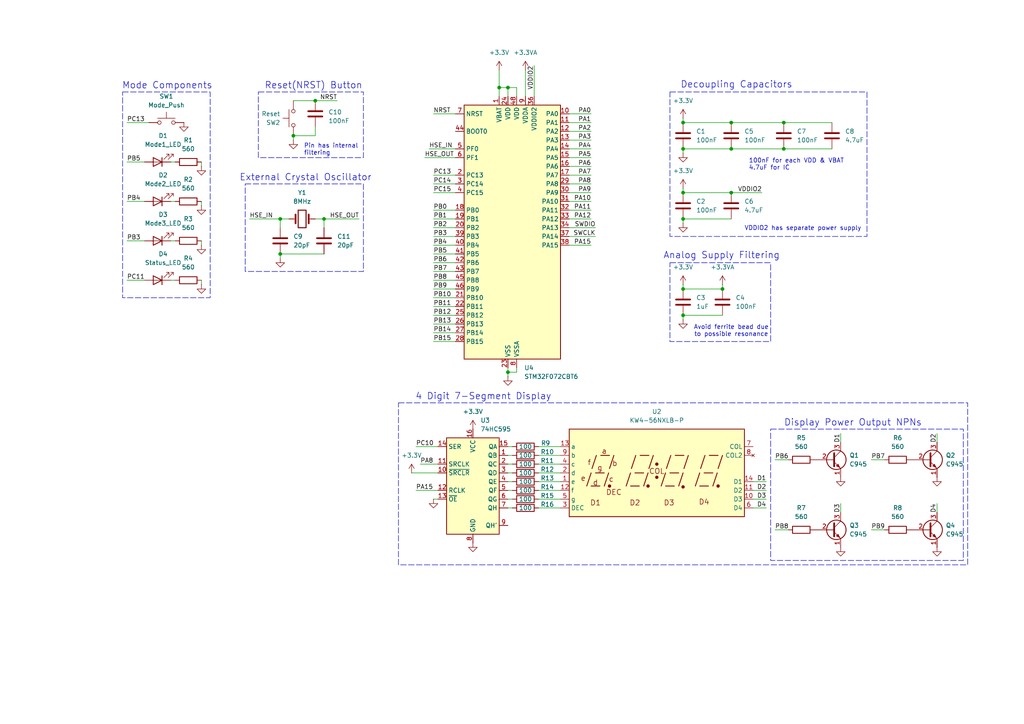
<source format=kicad_sch>
(kicad_sch (version 20231120) (generator "eeschema") (generator_version "8.0")
  (paper "A4")
  (title_block (title "Dash/Odometer") (date "2024-07-31") (rev "1") (company "Lucas Merritt"))
  (lib_symbols
    (symbol "74xx:74HC595"
      (property "Reference" "U" (at -7.62 13.97 0))
      (property "Value" "74HC595" (at -7.62 -16.51 0))
      (symbol "74HC595_1_0"
        (pin tri_state line (at 10.16 7.62 180) (length 2.54) (name "QB") (number "1"))
        (pin input line (at -10.16 2.54 0) (length 2.54) (name "~{SRCLR}") (number "10"))
        (pin input line (at -10.16 5.08 0) (length 2.54) (name "SRCLK") (number "11"))
        (pin input line (at -10.16 -2.54 0) (length 2.54) (name "RCLK") (number "12"))
        (pin input line (at -10.16 -5.08 0) (length 2.54) (name "~{OE}") (number "13"))
        (pin input line (at -10.16 10.16 0) (length 2.54) (name "SER") (number "14"))
        (pin tri_state line (at 10.16 10.16 180) (length 2.54) (name "QA") (number "15"))
        (pin power_in line (at 0 15.24 270) (length 2.54) (name "VCC") (number "16"))
        (pin tri_state line (at 10.16 5.08 180) (length 2.54) (name "QC") (number "2"))
        (pin tri_state line (at 10.16 2.54 180) (length 2.54) (name "QD") (number "3"))
        (pin tri_state line (at 10.16 0 180) (length 2.54) (name "QE") (number "4"))
        (pin tri_state line (at 10.16 -2.54 180) (length 2.54) (name "QF") (number "5"))
        (pin tri_state line (at 10.16 -5.08 180) (length 2.54) (name "QG") (number "6"))
        (pin tri_state line (at 10.16 -7.62 180) (length 2.54) (name "QH") (number "7"))
        (pin power_in line (at 0 -17.78 90) (length 2.54) (name "GND") (number "8"))
        (pin output line (at 10.16 -12.7 180) (length 2.54) (name "QH'") (number "9"))
      )
      (symbol "74HC595_1_1"
        (rectangle (start -7.62 12.7) (end 7.62 -15.24) (stroke (width 0.254)) (fill (type background)))
      )
    )
    (symbol "DP:KW4-56NXLB-P"
      (property "Reference" "U" (at -24.13 13.97 0))
      (property "Value" "KW4-56NXLB-P" (at 16.51 13.97 0))
      (symbol "KW4-56NXLB-P_0_0"
        (polyline (pts (xy -20.32 -3.81) (xy -19.05 0)) (stroke (width 0.254)))
        (polyline (pts (xy -19.05 -3.81) (xy -16.51 -3.81)) (stroke (width 0.254)))
        (polyline (pts (xy -18.796 1.27) (xy -17.526 5.08)) (stroke (width 0.254)))
        (polyline (pts (xy -17.78 0) (xy -15.24 0)) (stroke (width 0.254)))
        (polyline (pts (xy -16.256 5.08) (xy -13.716 5.08)) (stroke (width 0.254)))
        (polyline (pts (xy -15.24 -3.81) (xy -13.97 0)) (stroke (width 0.254)))
        (polyline (pts (xy -13.716 1.27) (xy -12.446 5.08)) (stroke (width 0.254)))
        (polyline (pts (xy -8.89 -3.81) (xy -7.62 0)) (stroke (width 0.254)))
        (polyline (pts (xy -7.62 -3.81) (xy -5.08 -3.81)) (stroke (width 0.254)))
        (polyline (pts (xy -7.366 1.27) (xy -6.096 5.08)) (stroke (width 0.254)))
        (polyline (pts (xy -6.35 0) (xy -3.81 0)) (stroke (width 0.254)))
        (polyline (pts (xy -4.826 5.08) (xy -2.286 5.08)) (stroke (width 0.254)))
        (polyline (pts (xy -3.81 -3.81) (xy -2.54 0)) (stroke (width 0.254)))
        (polyline (pts (xy -2.286 1.27) (xy -1.016 5.08)) (stroke (width 0.254)))
        (polyline (pts (xy 1.27 -3.81) (xy 2.54 0)) (stroke (width 0.254)))
        (polyline (pts (xy 2.54 -3.81) (xy 5.08 -3.81)) (stroke (width 0.254)))
        (polyline (pts (xy 2.794 1.27) (xy 4.064 5.08)) (stroke (width 0.254)))
        (polyline (pts (xy 3.81 0) (xy 6.35 0)) (stroke (width 0.254)))
        (polyline (pts (xy 5.334 5.08) (xy 7.874 5.08)) (stroke (width 0.254)))
        (polyline (pts (xy 6.35 -3.81) (xy 7.62 0)) (stroke (width 0.254)))
        (polyline (pts (xy 7.874 1.27) (xy 9.144 5.08)) (stroke (width 0.254)))
        (polyline (pts (xy 11.176 -3.81) (xy 12.446 0)) (stroke (width 0.254)))
        (polyline (pts (xy 12.446 -3.81) (xy 14.986 -3.81)) (stroke (width 0.254)))
        (polyline (pts (xy 12.7 1.27) (xy 13.97 5.08)) (stroke (width 0.254)))
        (polyline (pts (xy 13.716 0) (xy 16.256 0)) (stroke (width 0.254)))
        (polyline (pts (xy 15.24 5.08) (xy 17.78 5.08)) (stroke (width 0.254)))
        (polyline (pts (xy 16.256 -3.81) (xy 17.526 0)) (stroke (width 0.254)))
        (polyline (pts (xy 17.78 1.27) (xy 19.05 5.08)) (stroke (width 0.254)))
        (text "a" (at -15.24 6.35 0) (effects (font (size 1.524 1.524))))
        (text "b" (at -12.192 2.794 0) (effects (font (size 1.524 1.524))))
        (text "c" (at -13.208 -1.778 0) (effects (font (size 1.524 1.524))))
        (text "d" (at -17.78 -2.794 0) (effects (font (size 1.524 1.524))))
        (text "e" (at -21.336 -1.524 0) (effects (font (size 1.524 1.524))))
        (text "f" (at -19.558 3.048 0) (effects (font (size 1.524 1.524))))
        (text "g" (at -16.51 1.524 0) (effects (font (size 1.524 1.524))))
      )
      (symbol "KW4-56NXLB-P_0_1"
        (circle (center -13.716 -3.81) (radius 0.3556) (stroke (width 0.254)) (fill (type outline)))
        (circle (center -2.54 -3.81) (radius 0.3556) (stroke (width 0.254)) (fill (type outline)))
        (circle (center 0 -1.27) (radius 0.3556) (stroke (width 0.254)) (fill (type outline)))
        (circle (center 0 2.54) (radius 0.3556) (stroke (width 0.254)) (fill (type outline)))
      )
      (symbol "KW4-56NXLB-P_1_0"
        (rectangle (start -25.4 12.7) (end 25.4 -12.7) (stroke (width 0.254)) (fill (type background)))
        (circle (center 7.62 -4.064) (radius 0.3556) (stroke (width 0.254)) (fill (type outline)))
        (circle (center 17.78 -3.81) (radius 0.3556) (stroke (width 0.254)) (fill (type outline)))
        (text "COL" (at 0 0.508 0) (effects (font (size 1.524 1.524))))
        (text "D1" (at -17.78 -8.636 0) (effects (font (size 1.524 1.524))))
        (text "D2" (at -6.35 -8.636 0) (effects (font (size 1.524 1.524))))
        (text "D3" (at 3.556 -8.636 0) (effects (font (size 1.524 1.524))))
        (text "D4" (at 13.716 -8.382 0) (effects (font (size 1.524 1.524))))
        (text "DEC" (at -12.446 -5.588 0) (effects (font (size 1.524 1.524))))
      )
      (symbol "KW4-56NXLB-P_1_1"
        (pin input line (at -27.94 -2.54 0) (length 2.54) (name "e") (number "1"))
        (pin power_out line (at 27.94 -7.62 180) (length 2.54) (name "D3") (number "10"))
        (pin power_out line (at 27.94 -5.08 180) (length 2.54) (name "D2") (number "11"))
        (pin input line (at -27.94 -5.08 0) (length 2.54) (name "f") (number "12"))
        (pin input line (at -27.94 7.62 0) (length 2.54) (name "a") (number "13"))
        (pin power_out line (at 27.94 -2.54 180) (length 2.54) (name "D1") (number "14"))
        (pin input line (at -27.94 0 0) (length 2.54) (name "d") (number "2"))
        (pin input line (at -27.94 -10.16 0) (length 2.54) (name "DEC") (number "3"))
        (pin input line (at -27.94 2.54 0) (length 2.54) (name "c") (number "4"))
        (pin input line (at -27.94 -7.62 0) (length 2.54) (name "g") (number "5"))
        (pin power_out line (at 27.94 -10.16 180) (length 2.54) (name "D4") (number "6"))
        (pin input line (at 27.94 7.62 180) (length 2.54) (name "COL") (number "7"))
        (pin no_connect line (at 27.94 5.08 180) (length 2.54) (name "COL2") (number "8"))
        (pin input line (at -27.94 5.08 0) (length 2.54) (name "b") (number "9"))
      )
    )
    (symbol "Device:C" (pin_numbers hide) (pin_names (offset 0.254))
      (property "Reference" "C" (at 0.635 2.54 0))
      (property "Value" "C" (at 0.635 -2.54 0))
      (symbol "C_0_1"
        (polyline (pts (xy -2.032 -0.762) (xy 2.032 -0.762)) (stroke (width 0.508)))
        (polyline (pts (xy -2.032 0.762) (xy 2.032 0.762)) (stroke (width 0.508)))
      )
      (symbol "C_1_1"
        (pin passive line (at 0 3.81 270) (length 2.794) (name "~") (number "1"))
        (pin passive line (at 0 -3.81 90) (length 2.794) (name "~") (number "2"))
      )
    )
    (symbol "Device:Crystal" (pin_numbers hide) (pin_names (offset 1.016) hide)
      (property "Reference" "Y" (at 0 3.81 0))
      (property "Value" "Crystal" (at 0 -3.81 0))
      (symbol "Crystal_0_1"
        (rectangle (start -1.143 2.54) (end 1.143 -2.54) (stroke (width 0.3048)))
        (polyline (pts (xy -2.54 0) (xy -1.905 0)))
        (polyline (pts (xy -1.905 -1.27) (xy -1.905 1.27)) (stroke (width 0.508)))
        (polyline (pts (xy 1.905 -1.27) (xy 1.905 1.27)) (stroke (width 0.508)))
        (polyline (pts (xy 2.54 0) (xy 1.905 0)))
      )
      (symbol "Crystal_1_1"
        (pin passive line (at -3.81 0 0) (length 1.27) (name "1") (number "1"))
        (pin passive line (at 3.81 0 180) (length 1.27) (name "2") (number "2"))
      )
    )
    (symbol "Device:LED" (pin_numbers hide) (pin_names (offset 1.016) hide)
      (property "Reference" "D" (at 0 2.54 0))
      (property "Value" "LED" (at 0 -2.54 0))
      (symbol "LED_0_1"
        (polyline (pts (xy -1.27 -1.27) (xy -1.27 1.27)) (stroke (width 0.254)))
        (polyline (pts (xy -1.27 0) (xy 1.27 0)))
        (polyline (pts (xy 1.27 -1.27) (xy 1.27 1.27) (xy -1.27 0) (xy 1.27 -1.27)) (stroke (width 0.254)))
        (polyline (pts (xy -3.048 -0.762) (xy -4.572 -2.286) (xy -3.81 -2.286) (xy -4.572 -2.286) (xy -4.572 -1.524)))
        (polyline (pts (xy -1.778 -0.762) (xy -3.302 -2.286) (xy -2.54 -2.286) (xy -3.302 -2.286) (xy -3.302 -1.524)))
      )
      (symbol "LED_1_1"
        (pin passive line (at -3.81 0 0) (length 2.54) (name "K") (number "1"))
        (pin passive line (at 3.81 0 180) (length 2.54) (name "A") (number "2"))
      )
    )
    (symbol "Device:R" (pin_numbers hide) (pin_names (offset 0))
      (property "Reference" "R" (at 2.032 0 90))
      (property "Value" "R" (at 0 0 90))
      (symbol "R_0_1"
        (rectangle (start -1.016 -2.54) (end 1.016 2.54) (stroke (width 0.254)))
      )
      (symbol "R_1_1"
        (pin passive line (at 0 3.81 270) (length 1.27) (name "~") (number "1"))
        (pin passive line (at 0 -3.81 90) (length 1.27) (name "~") (number "2"))
      )
    )
    (symbol "MCU_ST_STM32F0:STM32F072CBTx"
      (property "Reference" "U" (at -12.7 39.37 0))
      (property "Value" "STM32F072CBTx" (at 10.16 39.37 0))
      (symbol "STM32F072CBTx_0_1"
        (rectangle (start -12.7 -35.56) (end 15.24 38.1) (stroke (width 0.254)) (fill (type background)))
      )
      (symbol "STM32F072CBTx_1_1"
        (pin power_in line (at -2.54 40.64 270) (length 2.54) (name "VBAT") (number "1"))
        (pin bidirectional line (at 17.78 35.56 180) (length 2.54) (name "PA0") (number "10"))
        (pin bidirectional line (at 17.78 33.02 180) (length 2.54) (name "PA1") (number "11"))
        (pin bidirectional line (at 17.78 30.48 180) (length 2.54) (name "PA2") (number "12"))
        (pin bidirectional line (at 17.78 27.94 180) (length 2.54) (name "PA3") (number "13"))
        (pin bidirectional line (at 17.78 25.4 180) (length 2.54) (name "PA4") (number "14"))
        (pin bidirectional line (at 17.78 22.86 180) (length 2.54) (name "PA5") (number "15"))
        (pin bidirectional line (at 17.78 20.32 180) (length 2.54) (name "PA6") (number "16"))
        (pin bidirectional line (at 17.78 17.78 180) (length 2.54) (name "PA7") (number "17"))
        (pin bidirectional line (at -15.24 7.62 0) (length 2.54) (name "PB0") (number "18"))
        (pin bidirectional line (at -15.24 5.08 0) (length 2.54) (name "PB1") (number "19"))
        (pin bidirectional line (at -15.24 17.78 0) (length 2.54) (name "PC13") (number "2"))
        (pin bidirectional line (at -15.24 2.54 0) (length 2.54) (name "PB2") (number "20"))
        (pin bidirectional line (at -15.24 -17.78 0) (length 2.54) (name "PB10") (number "21"))
        (pin bidirectional line (at -15.24 -20.32 0) (length 2.54) (name "PB11") (number "22"))
        (pin power_in line (at 0 -38.1 90) (length 2.54) (name "VSS") (number "23"))
        (pin power_in line (at 0 40.64 270) (length 2.54) (name "VDD") (number "24"))
        (pin bidirectional line (at -15.24 -22.86 0) (length 2.54) (name "PB12") (number "25"))
        (pin bidirectional line (at -15.24 -25.4 0) (length 2.54) (name "PB13") (number "26"))
        (pin bidirectional line (at -15.24 -27.94 0) (length 2.54) (name "PB14") (number "27"))
        (pin bidirectional line (at -15.24 -30.48 0) (length 2.54) (name "PB15") (number "28"))
        (pin bidirectional line (at 17.78 15.24 180) (length 2.54) (name "PA8") (number "29"))
        (pin bidirectional line (at -15.24 15.24 0) (length 2.54) (name "PC14") (number "3"))
        (pin bidirectional line (at 17.78 12.7 180) (length 2.54) (name "PA9") (number "30"))
        (pin bidirectional line (at 17.78 10.16 180) (length 2.54) (name "PA10") (number "31"))
        (pin bidirectional line (at 17.78 7.62 180) (length 2.54) (name "PA11") (number "32"))
        (pin bidirectional line (at 17.78 5.08 180) (length 2.54) (name "PA12") (number "33"))
        (pin bidirectional line (at 17.78 2.54 180) (length 2.54) (name "PA13") (number "34"))
        (pin passive line (at 0 -38.1 90) (length 2.54) hide (name "VSS") (number "35"))
        (pin power_in line (at 7.62 40.64 270) (length 2.54) (name "VDDIO2") (number "36"))
        (pin bidirectional line (at 17.78 0 180) (length 2.54) (name "PA14") (number "37"))
        (pin bidirectional line (at 17.78 -2.54 180) (length 2.54) (name "PA15") (number "38"))
        (pin bidirectional line (at -15.24 0 0) (length 2.54) (name "PB3") (number "39"))
        (pin bidirectional line (at -15.24 12.7 0) (length 2.54) (name "PC15") (number "4"))
        (pin bidirectional line (at -15.24 -2.54 0) (length 2.54) (name "PB4") (number "40"))
        (pin bidirectional line (at -15.24 -5.08 0) (length 2.54) (name "PB5") (number "41"))
        (pin bidirectional line (at -15.24 -7.62 0) (length 2.54) (name "PB6") (number "42"))
        (pin bidirectional line (at -15.24 -10.16 0) (length 2.54) (name "PB7") (number "43"))
        (pin input line (at -15.24 30.48 0) (length 2.54) (name "BOOT0") (number "44"))
        (pin bidirectional line (at -15.24 -12.7 0) (length 2.54) (name "PB8") (number "45"))
        (pin bidirectional line (at -15.24 -15.24 0) (length 2.54) (name "PB9") (number "46"))
        (pin passive line (at 0 -38.1 90) (length 2.54) hide (name "VSS") (number "47"))
        (pin power_in line (at 2.54 40.64 270) (length 2.54) (name "VDD") (number "48"))
        (pin bidirectional line (at -15.24 25.4 0) (length 2.54) (name "PF0") (number "5"))
        (pin bidirectional line (at -15.24 22.86 0) (length 2.54) (name "PF1") (number "6"))
        (pin input line (at -15.24 35.56 0) (length 2.54) (name "NRST") (number "7"))
        (pin power_in line (at 2.54 -38.1 90) (length 2.54) (name "VSSA") (number "8"))
        (pin power_in line (at 5.08 40.64 270) (length 2.54) (name "VDDA") (number "9"))
      )
    )
    (symbol "Switch:SW_Push" (pin_numbers hide) (pin_names (offset 1.016) hide)
      (property "Reference" "SW" (at 1.27 2.54 0))
      (property "Value" "SW_Push" (at 0 -1.524 0))
      (symbol "SW_Push_0_1"
        (circle (center -2.032 0) (radius 0.508))
        (polyline (pts (xy 0 1.27) (xy 0 3.048)))
        (polyline (pts (xy 2.54 1.27) (xy -2.54 1.27)))
        (circle (center 2.032 0) (radius 0.508))
        (pin passive line (at -5.08 0 0) (length 2.54) (name "1") (number "1"))
        (pin passive line (at 5.08 0 180) (length 2.54) (name "2") (number "2"))
      )
    )
    (symbol "Transistor_BJT:2N3904" (pin_names (offset 0) hide)
      (property "Reference" "Q" (at 5.08 1.905 0))
      (property "Value" "2N3904" (at 5.08 0 0))
      (symbol "2N3904_0_1"
        (polyline (pts (xy 0.635 0.635) (xy 2.54 2.54)))
        (polyline (pts (xy 0.635 -0.635) (xy 2.54 -2.54) (xy 2.54 -2.54)))
        (polyline (pts (xy 0.635 1.905) (xy 0.635 -1.905) (xy 0.635 -1.905)) (stroke (width 0.508)))
        (polyline (pts (xy 1.27 -1.778) (xy 1.778 -1.27) (xy 2.286 -2.286) (xy 1.27 -1.778) (xy 1.27 -1.778)) (fill (type outline)))
        (circle (center 1.27 0) (radius 2.8194) (stroke (width 0.254)))
      )
      (symbol "2N3904_1_1"
        (pin passive line (at 2.54 -5.08 90) (length 2.54) (name "E") (number "1"))
        (pin passive line (at -5.08 0 0) (length 5.715) (name "B") (number "2"))
        (pin passive line (at 2.54 5.08 270) (length 2.54) (name "C") (number "3"))
      )
    )
    (symbol "power:+3.3V" (power) (pin_numbers hide) (pin_names (offset 0) hide)
      (property "Value" "+3.3V" (at 0 3.556 0))
      (symbol "+3.3V_0_1"
        (polyline (pts (xy -0.762 1.27) (xy 0 2.54)))
        (polyline (pts (xy 0 0) (xy 0 2.54)))
        (polyline (pts (xy 0 2.54) (xy 0.762 1.27)))
      )
      (symbol "+3.3V_1_1"
        (pin power_in line (at 0 0 90) (length 0) (name "~") (number "1"))
      )
    )
    (symbol "power:+3.3VA" (power) (pin_numbers hide) (pin_names (offset 0) hide)
      (property "Value" "+3.3VA" (at 0 3.556 0))
      (symbol "+3.3VA_0_1"
        (polyline (pts (xy -0.762 1.27) (xy 0 2.54)))
        (polyline (pts (xy 0 0) (xy 0 2.54)))
        (polyline (pts (xy 0 2.54) (xy 0.762 1.27)))
      )
      (symbol "+3.3VA_1_1"
        (pin power_in line (at 0 0 90) (length 0) (name "~") (number "1"))
      )
    )
    (symbol "power:GND" (power) (pin_numbers hide) (pin_names (offset 0) hide)
      (property "Value" "GND" (at 0 -3.81 0))
      (symbol "GND_0_1"
        (polyline (pts (xy 0 0) (xy 0 -1.27) (xy 1.27 -1.27) (xy 0 -2.54) (xy -1.27 -1.27) (xy 0 -1.27)))
      )
      (symbol "GND_1_1"
        (pin power_in line (at 0 0 270) (length 0) (name "~") (number "1"))
      )
    )
  )
  (junction (at 198.12 83.82))
  (junction (at 81.28 73.66))
  (junction (at 93.98 63.5))
  (junction (at 198.12 63.5))
  (junction (at 81.28 63.5))
  (junction (at 227.33 35.56))
  (junction (at 144.78 25.4))
  (junction (at 147.32 107.95))
  (junction (at 212.09 35.56))
  (junction (at 147.32 25.4))
  (junction (at 198.12 91.44))
  (junction (at 227.33 43.18))
  (junction (at 212.09 43.18))
  (junction (at 85.09 39.37))
  (junction (at 91.44 29.21))
  (junction (at 209.55 83.82))
  (junction (at 198.12 55.88))
  (junction (at 198.12 35.56))
  (junction (at 198.12 43.18))
  (junction (at 212.09 55.88))
  (wire (pts (xy 120.65 129.54) (xy 127 129.54)))
  (wire (pts (xy 125.73 96.52) (xy 132.08 96.52)))
  (wire (pts (xy 224.79 133.35) (xy 228.6 133.35)))
  (wire (pts (xy 198.12 55.88) (xy 212.09 55.88)))
  (wire (pts (xy 72.39 63.5) (xy 81.28 63.5)))
  (wire (pts (xy 252.73 153.67) (xy 256.54 153.67)))
  (wire (pts (xy 81.28 73.66) (xy 81.28 74.93)))
  (wire (pts (xy 83.82 63.5) (xy 81.28 63.5)))
  (wire (pts (xy 149.86 106.68) (xy 149.86 107.95)))
  (wire (pts (xy 36.83 46.99) (xy 41.91 46.99)))
  (wire (pts (xy 49.53 58.42) (xy 50.8 58.42)))
  (wire (pts (xy 224.79 153.67) (xy 228.6 153.67)))
  (wire (pts (xy 49.53 69.85) (xy 50.8 69.85)))
  (wire (pts (xy 171.45 53.34) (xy 165.1 53.34)))
  (wire (pts (xy 198.12 82.55) (xy 198.12 83.82)))
  (wire (pts (xy 156.21 129.54) (xy 162.56 129.54)))
  (wire (pts (xy 125.73 83.82) (xy 132.08 83.82)))
  (wire (pts (xy 271.78 146.05) (xy 271.78 148.59)))
  (wire (pts (xy 171.45 60.96) (xy 165.1 60.96)))
  (wire (pts (xy 147.32 147.32) (xy 148.59 147.32)))
  (wire (pts (xy 85.09 39.37) (xy 91.44 39.37)))
  (wire (pts (xy 171.45 45.72) (xy 165.1 45.72)))
  (wire (pts (xy 212.09 35.56) (xy 227.33 35.56)))
  (wire (pts (xy 125.73 55.88) (xy 132.08 55.88)))
  (wire (pts (xy 85.09 29.21) (xy 91.44 29.21)))
  (wire (pts (xy 125.73 81.28) (xy 132.08 81.28)))
  (wire (pts (xy 209.55 82.55) (xy 209.55 83.82)))
  (wire (pts (xy 91.44 29.21) (xy 97.79 29.21)))
  (wire (pts (xy 156.21 137.16) (xy 162.56 137.16)))
  (wire (pts (xy 198.12 34.29) (xy 198.12 35.56)))
  (wire (pts (xy 171.45 33.02) (xy 165.1 33.02)))
  (wire (pts (xy 198.12 43.18) (xy 212.09 43.18)))
  (wire (pts (xy 156.21 147.32) (xy 162.56 147.32)))
  (wire (pts (xy 165.1 68.58) (xy 172.72 68.58)))
  (wire (pts (xy 252.73 133.35) (xy 256.54 133.35)))
  (wire (pts (xy 125.73 63.5) (xy 132.08 63.5)))
  (wire (pts (xy 171.45 50.8) (xy 165.1 50.8)))
  (wire (pts (xy 149.86 25.4) (xy 147.32 25.4)))
  (wire (pts (xy 81.28 73.66) (xy 93.98 73.66)))
  (wire (pts (xy 198.12 63.5) (xy 198.12 64.77)))
  (wire (pts (xy 36.83 58.42) (xy 41.91 58.42)))
  (wire (pts (xy 144.78 20.32) (xy 144.78 25.4)))
  (wire (pts (xy 171.45 40.64) (xy 165.1 40.64)))
  (wire (pts (xy 147.32 139.7) (xy 148.59 139.7)))
  (wire (pts (xy 218.44 147.32) (xy 222.25 147.32)))
  (wire (pts (xy 125.73 60.96) (xy 132.08 60.96)))
  (wire (pts (xy 119.38 137.16) (xy 127 137.16)))
  (wire (pts (xy 171.45 71.12) (xy 165.1 71.12)))
  (wire (pts (xy 58.42 71.12) (xy 58.42 69.85)))
  (wire (pts (xy 147.32 25.4) (xy 144.78 25.4)))
  (wire (pts (xy 171.45 63.5) (xy 165.1 63.5)))
  (wire (pts (xy 125.73 68.58) (xy 132.08 68.58)))
  (wire (pts (xy 171.45 38.1) (xy 165.1 38.1)))
  (wire (pts (xy 125.73 71.12) (xy 132.08 71.12)))
  (wire (pts (xy 125.73 93.98) (xy 132.08 93.98)))
  (wire (pts (xy 49.53 46.99) (xy 50.8 46.99)))
  (wire (pts (xy 93.98 63.5) (xy 93.98 66.04)))
  (wire (pts (xy 36.83 69.85) (xy 41.91 69.85)))
  (wire (pts (xy 125.73 86.36) (xy 132.08 86.36)))
  (wire (pts (xy 241.3 43.18) (xy 227.33 43.18)))
  (wire (pts (xy 125.73 33.02) (xy 132.08 33.02)))
  (wire (pts (xy 91.44 63.5) (xy 93.98 63.5)))
  (wire (pts (xy 120.65 142.24) (xy 127 142.24)))
  (wire (pts (xy 58.42 59.69) (xy 58.42 58.42)))
  (wire (pts (xy 91.44 36.83) (xy 91.44 39.37)))
  (wire (pts (xy 156.21 139.7) (xy 162.56 139.7)))
  (wire (pts (xy 243.84 125.73) (xy 243.84 128.27)))
  (wire (pts (xy 147.32 137.16) (xy 148.59 137.16)))
  (wire (pts (xy 218.44 144.78) (xy 222.25 144.78)))
  (wire (pts (xy 144.78 25.4) (xy 144.78 27.94)))
  (wire (pts (xy 171.45 43.18) (xy 165.1 43.18)))
  (wire (pts (xy 121.92 134.62) (xy 127 134.62)))
  (wire (pts (xy 198.12 63.5) (xy 212.09 63.5)))
  (wire (pts (xy 93.98 63.5) (xy 104.14 63.5)))
  (wire (pts (xy 218.44 142.24) (xy 222.25 142.24)))
  (wire (pts (xy 218.44 139.7) (xy 222.25 139.7)))
  (wire (pts (xy 156.21 134.62) (xy 162.56 134.62)))
  (wire (pts (xy 81.28 63.5) (xy 81.28 66.04)))
  (wire (pts (xy 171.45 35.56) (xy 165.1 35.56)))
  (wire (pts (xy 212.09 55.88) (xy 220.98 55.88)))
  (wire (pts (xy 243.84 146.05) (xy 243.84 148.59)))
  (wire (pts (xy 125.73 66.04) (xy 132.08 66.04)))
  (wire (pts (xy 152.4 20.32) (xy 152.4 27.94)))
  (wire (pts (xy 125.73 88.9) (xy 132.08 88.9)))
  (wire (pts (xy 227.33 35.56) (xy 241.3 35.56)))
  (wire (pts (xy 156.21 132.08) (xy 162.56 132.08)))
  (wire (pts (xy 171.45 48.26) (xy 165.1 48.26)))
  (wire (pts (xy 154.94 19.05) (xy 154.94 27.94)))
  (wire (pts (xy 147.32 107.95) (xy 149.86 107.95)))
  (wire (pts (xy 147.32 107.95) (xy 147.32 109.22)))
  (wire (pts (xy 147.32 132.08) (xy 148.59 132.08)))
  (wire (pts (xy 36.83 81.28) (xy 41.91 81.28)))
  (wire (pts (xy 198.12 83.82) (xy 209.55 83.82)))
  (wire (pts (xy 124.46 43.18) (xy 132.08 43.18)))
  (wire (pts (xy 125.73 91.44) (xy 132.08 91.44)))
  (wire (pts (xy 165.1 66.04) (xy 172.72 66.04)))
  (wire (pts (xy 125.73 73.66) (xy 132.08 73.66)))
  (wire (pts (xy 125.73 76.2) (xy 132.08 76.2)))
  (wire (pts (xy 43.18 35.56) (xy 36.83 35.56)))
  (wire (pts (xy 125.73 78.74) (xy 132.08 78.74)))
  (wire (pts (xy 156.21 142.24) (xy 162.56 142.24)))
  (wire (pts (xy 271.78 125.73) (xy 271.78 128.27)))
  (wire (pts (xy 147.32 144.78) (xy 148.59 144.78)))
  (wire (pts (xy 212.09 43.18) (xy 227.33 43.18)))
  (wire (pts (xy 147.32 25.4) (xy 147.32 27.94)))
  (wire (pts (xy 198.12 43.18) (xy 198.12 44.45)))
  (wire (pts (xy 123.19 45.72) (xy 132.08 45.72)))
  (wire (pts (xy 198.12 91.44) (xy 209.55 91.44)))
  (wire (pts (xy 147.32 106.68) (xy 147.32 107.95)))
  (wire (pts (xy 171.45 55.88) (xy 165.1 55.88)))
  (wire (pts (xy 125.73 144.78) (xy 127 144.78)))
  (wire (pts (xy 198.12 91.44) (xy 198.12 92.71)))
  (wire (pts (xy 147.32 134.62) (xy 148.59 134.62)))
  (wire (pts (xy 198.12 54.61) (xy 198.12 55.88)))
  (wire (pts (xy 125.73 99.06) (xy 132.08 99.06)))
  (wire (pts (xy 49.53 81.28) (xy 50.8 81.28)))
  (wire (pts (xy 125.73 50.8) (xy 132.08 50.8)))
  (wire (pts (xy 149.86 27.94) (xy 149.86 25.4)))
  (wire (pts (xy 85.09 39.37) (xy 85.09 40.64)))
  (wire (pts (xy 156.21 144.78) (xy 162.56 144.78)))
  (wire (pts (xy 58.42 82.55) (xy 58.42 81.28)))
  (wire (pts (xy 171.45 58.42) (xy 165.1 58.42)))
  (wire (pts (xy 125.73 53.34) (xy 132.08 53.34)))
  (wire (pts (xy 198.12 35.56) (xy 212.09 35.56)))
  (wire (pts (xy 58.42 48.26) (xy 58.42 46.99)))
  (wire (pts (xy 147.32 142.24) (xy 148.59 142.24)))
  (wire (pts (xy 147.32 129.54) (xy 148.59 129.54)))
  (rectangle (start 74.93 26.67) (end 105.41 45.72) (stroke (width 0) (type dash)))
  (rectangle (start 223.52 124.46) (end 279.4 162.56) (stroke (width 0) (type dash)))
  (rectangle (start 115.57 116.84) (end 280.67 163.83) (stroke (width 0) (type dash)))
  (rectangle (start 71.12 53.34) (end 105.41 78.74) (stroke (width 0) (type dash)))
  (rectangle (start 194.31 76.2) (end 223.52 99.06) (stroke (width 0) (type dash)))
  (rectangle (start 194.31 26.67) (end 251.46 68.58) (stroke (width 0) (type dash)))
  (rectangle (start 35.56 26.67) (end 60.96 86.36) (stroke (width 0) (type dash)))
  (text "Analog Supply Filtering" (at 209.296 74.168 0) (effects (font (size 1.905 1.905))))
  (text "4 Digit 7-Segment Display" (at 140.208 115.062 0) (effects (font (size 1.905 1.905))))
  (text "Decoupling Capacitors" (at 213.614 24.638 0) (effects (font (size 1.905 1.905))))
  (text "100nF for each VDD & VBAT\n4.7uF for IC" (at 217.17 47.752 0) (effects (font (size 1.27 1.27)) (justify left)))
  (text "Avoid ferrite bead due\nto possible resonance" (at 212.09 96.012 0) (effects (font (size 1.27 1.27))))
  (text "Display Power Output NPNs" (at 247.396 122.682 0) (effects (font (size 1.905 1.905))))
  (text "VDDIO2 has separate power supply" (at 215.9 66.294 0) (effects (font (size 1.27 1.27)) (justify left)))
  (text "Reset(NRST) Button" (at 90.932 24.892 0) (effects (font (size 1.905 1.905))))
  (text "Mode Components" (at 48.514 24.892 0) (effects (font (size 1.905 1.905))))
  (text "Pin has internal \nfiltering" (at 88.138 43.434 0) (effects (font (size 1.27 1.27)) (justify left)))
  (text "External Crystal Oscillator" (at 88.646 51.562 0) (effects (font (size 1.905 1.905))))
  (label "PB5" (at 36.83 46.99 0))
  (label "PB10" (at 125.73 86.36 0))
  (label "PB2" (at 125.73 66.04 0))
  (label "HSE_IN" (at 124.46 43.18 0))
  (label "PB7" (at 252.73 133.35 0))
  (label "HSE_OUT" (at 123.19 45.72 0))
  (label "PB7" (at 125.73 78.74 0))
  (label "PA15" (at 120.65 142.24 0))
  (label "SWCLK" (at 172.72 68.58 180))
  (label "PB5" (at 125.73 73.66 0))
  (label "PA8" (at 121.92 134.62 0))
  (label "PB4" (at 36.83 58.42 0))
  (label "PC11" (at 36.83 81.28 0))
  (label "PA9" (at 171.45 55.88 180))
  (label "HSE_OUT" (at 104.14 63.5 180))
  (label "HSE_IN" (at 72.39 63.5 0))
  (label "PB6" (at 224.79 133.35 0))
  (label "D2" (at 222.25 142.24 180))
  (label "PC10" (at 120.65 129.54 0))
  (label "PB12" (at 125.73 91.44 0))
  (label "PA4" (at 171.45 43.18 180))
  (label "PA0" (at 171.45 33.02 180))
  (label "PB13" (at 125.73 93.98 0))
  (label "PB14" (at 125.73 96.52 0))
  (label "PB3" (at 36.83 69.85 0))
  (label "PB4" (at 125.73 71.12 0))
  (label "PA10" (at 171.45 58.42 180))
  (label "SWDIO" (at 172.72 66.04 180))
  (label "D1" (at 222.25 139.7 180))
  (label "PA1" (at 171.45 35.56 180))
  (label "PC14" (at 125.73 53.34 0))
  (label "PC13" (at 125.73 50.8 0))
  (label "NRST" (at 125.73 33.02 0))
  (label "PA11" (at 171.45 60.96 180))
  (label "PA5" (at 171.45 45.72 180))
  (label "VDDIO2" (at 220.98 55.88 180))
  (label "VDDIO2" (at 154.94 19.05 270))
  (label "PB9" (at 125.73 83.82 0))
  (label "D3" (at 243.84 146.05 270))
  (label "PA6" (at 171.45 48.26 180))
  (label "PB8" (at 224.79 153.67 0))
  (label "PB1" (at 125.73 63.5 0))
  (label "PB0" (at 125.73 60.96 0))
  (label "PB15" (at 125.73 99.06 0))
  (label "D3" (at 222.25 144.78 180))
  (label "PC15" (at 125.73 55.88 0))
  (label "D4" (at 222.25 147.32 180))
  (label "D2" (at 271.78 125.73 270))
  (label "D1" (at 243.84 125.73 270))
  (label "PA15" (at 171.45 71.12 180))
  (label "PA3" (at 171.45 40.64 180))
  (label "D4" (at 271.78 146.05 270))
  (label "PA7" (at 171.45 50.8 180))
  (label "NRST" (at 97.79 29.21 180))
  (label "PC13" (at 36.83 35.56 0))
  (label "PB6" (at 125.73 76.2 0))
  (label "PB3" (at 125.73 68.58 0))
  (label "PB9" (at 252.73 153.67 0))
  (label "PA12" (at 171.45 63.5 180))
  (label "PB11" (at 125.73 88.9 0))
  (label "PB8" (at 125.73 81.28 0))
  (label "PA8" (at 171.45 53.34 180))
  (label "PA2" (at 171.45 38.1 180))
  (symbol (lib_id "power:+3.3V") (at 119.38 137.16 0) (unit 1)
    (property "Reference" "#PWR025" (effects (hide yes)))
    (property "Value" "+3.3V" (at 119.38 132.08 0))
    (property "Description" "Power symbol creates a global label with name \"+3.3V\"" (effects (hide yes)))
  )
  (symbol (lib_id "power:GND") (at 53.34 35.56 0) (mirror y) (unit 1)
    (property "Reference" "#PWR01" (effects (hide yes)))
    (property "Value" "GND" (effects (hide yes)))
    (property "Description" "Power symbol creates a global label with name \"GND\" , ground" (effects (hide yes)))
  )
  (symbol (lib_id "power:GND") (at 58.42 82.55 0) (unit 1)
    (property "Reference" "#PWR017" (effects (hide yes)))
    (property "Value" "GND" (effects (hide yes)))
    (property "Description" "Power symbol creates a global label with name \"GND\" , ground" (effects (hide yes)))
  )
  (symbol (lib_id "power:GND") (at 271.78 158.75 0) (unit 1)
    (property "Reference" "#PWR021" (effects (hide yes)))
    (property "Value" "GND" (effects (hide yes)))
    (property "Description" "Power symbol creates a global label with name \"GND\" , ground" (effects (hide yes)))
  )
  (symbol (lib_id "power:+3.3V") (at 198.12 34.29 0) (unit 1)
    (property "Reference" "#PWR03" (effects (hide yes)))
    (property "Value" "+3.3V" (at 198.12 29.21 0))
    (property "Description" "Power symbol creates a global label with name \"+3.3V\"" (effects (hide yes)))
  )
  (symbol (lib_id "Switch:SW_Push") (at 85.09 34.29 90) (unit 1)
    (property "Reference" "SW2" (at 81.28 35.5601 90) (effects (justify left)))
    (property "Value" "Reset" (at 81.28 33.0201 90) (effects (justify left)))
    (property "Footprint" "Button_Switch_SMD:SW_Push_1P1T_NO_6x6mm_H9.5mm" (effects (hide yes)))
    (property "Description" "Push button switch, generic, two pins" (effects (hide yes)))
  )
  (symbol (lib_id "Device:R") (at 54.61 46.99 90) (unit 1)
    (property "Reference" "R1" (at 54.61 40.64 90))
    (property "Value" "560" (at 54.61 43.18 90))
    (property "Description" "Resistor" (effects (hide yes)))
  )
  (symbol (lib_id "Device:R") (at 54.61 58.42 90) (unit 1)
    (property "Reference" "R2" (at 54.61 52.07 90))
    (property "Value" "560" (at 54.61 54.61 90))
    (property "Description" "Resistor" (effects (hide yes)))
  )
  (symbol (lib_id "Device:R") (at 54.61 69.85 90) (unit 1)
    (property "Reference" "R3" (at 54.61 63.5 90))
    (property "Value" "560" (at 54.61 66.04 90))
    (property "Description" "Resistor" (effects (hide yes)))
  )
  (symbol (lib_id "Device:C") (at 227.33 39.37 0) (unit 1)
    (property "Reference" "C7" (at 231.14 38.0999 0) (effects (justify left)))
    (property "Value" "100nF" (at 231.14 40.6399 0) (effects (justify left)))
    (property "Footprint" "Capacitor_SMD:C_0805_2012Metric_Pad1.18x1.45mm_HandSolder" (effects (hide yes)))
    (property "Description" "Unpolarized capacitor" (effects (hide yes)))
  )
  (symbol (lib_id "power:GND") (at 198.12 44.45 0) (unit 1)
    (property "Reference" "#PWR07" (effects (hide yes)))
    (property "Value" "GND" (effects (hide yes)))
    (property "Description" "Power symbol creates a global label with name \"GND\" , ground" (effects (hide yes)))
  )
  (symbol (lib_id "Device:R") (at 232.41 133.35 90) (unit 1)
    (property "Reference" "R5" (at 232.41 127 90))
    (property "Value" "560" (at 232.41 129.54 90))
    (property "Description" "Resistor" (effects (hide yes)))
  )
  (symbol (lib_id "Device:R") (at 232.41 153.67 90) (unit 1)
    (property "Reference" "R7" (at 232.41 147.32 90))
    (property "Value" "560" (at 232.41 149.86 90))
    (property "Description" "Resistor" (effects (hide yes)))
  )
  (symbol (lib_id "Device:C") (at 198.12 87.63 0) (unit 1)
    (property "Reference" "C3" (at 201.93 86.3599 0) (effects (justify left)))
    (property "Value" "1uF" (at 201.93 88.8999 0) (effects (justify left)))
    (property "Footprint" "Capacitor_SMD:C_0805_2012Metric_Pad1.18x1.45mm_HandSolder" (effects (hide yes)))
    (property "Description" "Unpolarized capacitor" (effects (hide yes)))
  )
  (symbol (lib_id "Device:R") (at 260.35 133.35 90) (unit 1)
    (property "Reference" "R6" (at 260.35 127 90))
    (property "Value" "560" (at 260.35 129.54 90))
    (property "Description" "Resistor" (effects (hide yes)))
  )
  (symbol (lib_id "Device:R") (at 152.4 137.16 90) (unit 1)
    (property "Reference" "R12" (at 158.75 136.144 90))
    (property "Value" "100" (at 152.4 137.16 90))
    (property "Description" "Resistor" (effects (hide yes)))
  )
  (symbol (lib_id "power:GND") (at 81.28 74.93 0) (unit 1)
    (property "Reference" "#PWR013" (effects (hide yes)))
    (property "Value" "GND" (effects (hide yes)))
    (property "Description" "Power symbol creates a global label with name \"GND\" , ground" (effects (hide yes)))
  )
  (symbol (lib_id "Device:Crystal") (at 87.63 63.5 0) (unit 1)
    (property "Reference" "Y1" (at 87.63 55.88 0))
    (property "Value" "8MHz" (at 87.63 58.42 0))
    (property "Footprint" "Crystal:Crystal_SMD_Abracon_ABM3-2Pin_5.0x3.2mm_HandSoldering" (effects (hide yes)))
    (property "Description" "Two pin crystal" (effects (hide yes)))
  )
  (symbol (lib_id "power:GND") (at 271.78 138.43 0) (unit 1)
    (property "Reference" "#PWR019" (effects (hide yes)))
    (property "Value" "GND" (effects (hide yes)))
    (property "Description" "Power symbol creates a global label with name \"GND\" , ground" (effects (hide yes)))
  )
  (symbol (lib_id "Transistor_BJT:2N3904") (at 241.3 153.67 0) (unit 1)
    (property "Reference" "Q3" (at 246.38 152.3999 0) (effects (justify left)))
    (property "Value" "C945" (at 246.38 154.9399 0) (effects (justify left)))
    (property "Footprint" "Package_TO_SOT_THT:TO-92_Inline" (effects (hide yes)))
    (property "Datasheet" "https://www.mouser.com/datasheet/2/149/KSC945-889347.pdf" (effects (hide yes)))
    (property "Description" "C945 NPN Transistor, TO-92" (effects (hide yes)))
  )
  (symbol (lib_id "power:GND") (at 58.42 48.26 0) (unit 1)
    (property "Reference" "#PWR02" (effects (hide yes)))
    (property "Value" "GND" (effects (hide yes)))
    (property "Description" "Power symbol creates a global label with name \"GND\" , ground" (effects (hide yes)))
  )
  (symbol (lib_id "power:GND") (at 243.84 158.75 0) (unit 1)
    (property "Reference" "#PWR020" (effects (hide yes)))
    (property "Value" "GND" (effects (hide yes)))
    (property "Description" "Power symbol creates a global label with name \"GND\" , ground" (effects (hide yes)))
  )
  (symbol (lib_id "power:+3.3VA") (at 209.55 82.55 0) (unit 1)
    (property "Reference" "#PWR012" (effects (hide yes)))
    (property "Value" "+3.3VA" (at 209.55 77.47 0))
    (property "Description" "Power symbol creates a global label with name \"+3.3VA\"" (effects (hide yes)))
  )
  (symbol (lib_id "Device:C") (at 81.28 69.85 0) (unit 1)
    (property "Reference" "C9" (at 85.09 68.5799 0) (effects (justify left)))
    (property "Value" "20pF" (at 85.09 71.1199 0) (effects (justify left)))
    (property "Footprint" "Capacitor_SMD:C_0805_2012Metric_Pad1.18x1.45mm_HandSolder" (effects (hide yes)))
    (property "Description" "Unpolarized capacitor" (effects (hide yes)))
  )
  (symbol (lib_id "Device:LED") (at 45.72 46.99 180) (unit 1)
    (property "Reference" "D1" (at 47.3075 39.37 0))
    (property "Value" "Mode1_LED" (at 47.3075 41.91 0))
    (property "Description" "Light emitting diode" (effects (hide yes)))
  )
  (symbol (lib_id "power:GND") (at 243.84 138.43 0) (unit 1)
    (property "Reference" "#PWR018" (effects (hide yes)))
    (property "Value" "GND" (effects (hide yes)))
    (property "Description" "Power symbol creates a global label with name \"GND\" , ground" (effects (hide yes)))
  )
  (symbol (lib_id "Device:LED") (at 45.72 81.28 180) (unit 1)
    (property "Reference" "D4" (at 47.3075 73.66 0))
    (property "Value" "Status_LED" (at 47.3075 76.2 0))
    (property "Description" "Light emitting diode" (effects (hide yes)))
  )
  (symbol (lib_id "power:+3.3VA") (at 152.4 20.32 0) (unit 1)
    (property "Reference" "#PWR06" (effects (hide yes)))
    (property "Value" "+3.3VA" (at 152.4 15.24 0))
    (property "Description" "Power symbol creates a global label with name \"+3.3VA\"" (effects (hide yes)))
  )
  (symbol (lib_id "Device:LED") (at 45.72 58.42 180) (unit 1)
    (property "Reference" "D2" (at 47.3075 50.8 0))
    (property "Value" "Mode2_LED" (at 47.3075 53.34 0))
    (property "Description" "Light emitting diode" (effects (hide yes)))
  )
  (symbol (lib_id "power:GND") (at 85.09 40.64 0) (unit 1)
    (property "Reference" "#PWR014" (effects (hide yes)))
    (property "Value" "GND" (effects (hide yes)))
    (property "Description" "Power symbol creates a global label with name \"GND\" , ground" (effects (hide yes)))
  )
  (symbol (lib_id "Device:C") (at 209.55 87.63 0) (unit 1)
    (property "Reference" "C4" (at 213.36 86.3599 0) (effects (justify left)))
    (property "Value" "100nF" (at 213.36 88.8999 0) (effects (justify left)))
    (property "Footprint" "Capacitor_SMD:C_0805_2012Metric_Pad1.18x1.45mm_HandSolder" (effects (hide yes)))
    (property "Description" "Unpolarized capacitor" (effects (hide yes)))
  )
  (symbol (lib_id "power:GND") (at 58.42 59.69 0) (unit 1)
    (property "Reference" "#PWR015" (effects (hide yes)))
    (property "Value" "GND" (effects (hide yes)))
    (property "Description" "Power symbol creates a global label with name \"GND\" , ground" (effects (hide yes)))
  )
  (symbol (lib_id "power:GND") (at 198.12 92.71 0) (unit 1)
    (property "Reference" "#PWR011" (effects (hide yes)))
    (property "Value" "GND" (effects (hide yes)))
    (property "Description" "Power symbol creates a global label with name \"GND\" , ground" (effects (hide yes)))
  )
  (symbol (lib_id "Device:C") (at 198.12 39.37 0) (unit 1)
    (property "Reference" "C1" (at 201.93 38.0999 0) (effects (justify left)))
    (property "Value" "100nF" (at 201.93 40.6399 0) (effects (justify left)))
    (property "Footprint" "Capacitor_SMD:C_0805_2012Metric_Pad1.18x1.45mm_HandSolder" (effects (hide yes)))
    (property "Description" "Unpolarized capacitor" (effects (hide yes)))
  )
  (symbol (lib_id "power:GND") (at 58.42 71.12 0) (unit 1)
    (property "Reference" "#PWR016" (effects (hide yes)))
    (property "Value" "GND" (effects (hide yes)))
    (property "Description" "Power symbol creates a global label with name \"GND\" , ground" (effects (hide yes)))
  )
  (symbol (lib_id "Transistor_BJT:2N3904") (at 269.24 133.35 0) (unit 1)
    (property "Reference" "Q2" (at 274.32 132.0799 0) (effects (justify left)))
    (property "Value" "C945" (at 274.32 134.6199 0) (effects (justify left)))
    (property "Footprint" "Package_TO_SOT_THT:TO-92_Inline" (effects (hide yes)))
    (property "Datasheet" "https://www.mouser.com/datasheet/2/149/KSC945-889347.pdf" (effects (hide yes)))
    (property "Description" "C945 NPN Transistor, TO-92" (effects (hide yes)))
  )
  (symbol (lib_id "Device:R") (at 152.4 129.54 90) (unit 1)
    (property "Reference" "R9" (at 158.242 128.524 90))
    (property "Value" "100" (at 152.4 129.54 90))
    (property "Description" "Resistor" (effects (hide yes)))
  )
  (symbol (lib_id "Device:C") (at 91.44 33.02 0) (unit 1)
    (property "Reference" "C10" (at 95.25 32.512 0) (effects (justify left)))
    (property "Value" "100nF" (at 95.25 35.052 0) (effects (justify left)))
    (property "Footprint" "Capacitor_SMD:C_0805_2012Metric_Pad1.18x1.45mm_HandSolder" (effects (hide yes)))
    (property "Description" "Unpolarized capacitor" (effects (hide yes)))
  )
  (symbol (lib_id "Device:R") (at 152.4 134.62 90) (unit 1)
    (property "Reference" "R11" (at 158.75 133.604 90))
    (property "Value" "100" (at 152.4 134.62 90))
    (property "Description" "Resistor" (effects (hide yes)))
  )
  (symbol (lib_id "Device:R") (at 152.4 132.08 90) (unit 1)
    (property "Reference" "R10" (at 158.75 131.064 90))
    (property "Value" "100" (at 152.4 132.08 90))
    (property "Description" "Resistor" (effects (hide yes)))
  )
  (symbol (lib_id "power:+3.3V") (at 198.12 82.55 0) (unit 1)
    (property "Reference" "#PWR010" (effects (hide yes)))
    (property "Value" "+3.3V" (at 198.12 77.47 0))
    (property "Description" "Power symbol creates a global label with name \"+3.3V\"" (effects (hide yes)))
  )
  (symbol (lib_id "MCU_ST_STM32F0:STM32F072CBTx") (at 147.32 68.58 0) (unit 1)
    (property "Reference" "U4" (at 152.0541 106.68 0) (effects (justify left)))
    (property "Value" "STM32F072CBT6" (at 152.0541 109.22 0) (effects (justify left)))
    (property "Footprint" "Package_QFP:LQFP-48_7x7mm_P0.5mm" (effects (hide yes)))
    (property "Datasheet" "https://www.st.com/resource/en/datasheet/stm32f072cb.pdf" (effects (hide yes)))
    (property "Description" "STMicroelectronics Arm Cortex-M0 MCU, 128KB flash, 16KB RAM, 48 MHz, 2.0-3.6V, 37 GPIO, LQFP48" (effects (hide yes)))
  )
  (symbol (lib_id "Device:R") (at 260.35 153.67 90) (unit 1)
    (property "Reference" "R8" (at 260.35 147.32 90))
    (property "Value" "560" (at 260.35 149.86 90))
    (property "Description" "Resistor" (effects (hide yes)))
  )
  (symbol (lib_id "power:+3.3V") (at 137.16 124.46 0) (unit 1)
    (property "Reference" "#PWR022" (effects (hide yes)))
    (property "Value" "+3.3V" (at 137.16 119.38 0))
    (property "Description" "Power symbol creates a global label with name \"+3.3V\"" (effects (hide yes)))
  )
  (symbol (lib_id "Device:LED") (at 45.72 69.85 180) (unit 1)
    (property "Reference" "D3" (at 47.3075 62.23 0))
    (property "Value" "Mode3_LED" (at 47.3075 64.77 0))
    (property "Description" "Light emitting diode" (effects (hide yes)))
  )
  (symbol (lib_id "Device:C") (at 198.12 59.69 0) (unit 1)
    (property "Reference" "C2" (at 201.93 58.4199 0) (effects (justify left)))
    (property "Value" "100nF" (at 201.93 60.9599 0) (effects (justify left)))
    (property "Footprint" "Capacitor_SMD:C_0805_2012Metric_Pad1.18x1.45mm_HandSolder" (effects (hide yes)))
    (property "Description" "Unpolarized capacitor" (effects (hide yes)))
  )
  (symbol (lib_id "Device:R") (at 54.61 81.28 90) (unit 1)
    (property "Reference" "R4" (at 54.61 74.93 90))
    (property "Value" "560" (at 54.61 77.47 90))
    (property "Description" "Resistor" (effects (hide yes)))
  )
  (symbol (lib_id "Device:C") (at 212.09 59.69 0) (unit 1)
    (property "Reference" "C6" (at 215.9 58.4199 0) (effects (justify left)))
    (property "Value" "4.7uF" (at 215.9 60.9599 0) (effects (justify left)))
    (property "Footprint" "Capacitor_SMD:C_0805_2012Metric_Pad1.18x1.45mm_HandSolder" (effects (hide yes)))
    (property "Description" "Unpolarized capacitor" (effects (hide yes)))
  )
  (symbol (lib_id "power:+3.3V") (at 198.12 54.61 0) (unit 1)
    (property "Reference" "#PWR08" (effects (hide yes)))
    (property "Value" "+3.3V" (at 198.12 49.53 0))
    (property "Description" "Power symbol creates a global label with name \"+3.3V\"" (effects (hide yes)))
  )
  (symbol (lib_id "Device:R") (at 152.4 144.78 90) (unit 1)
    (property "Reference" "R15" (at 158.75 143.764 90))
    (property "Value" "100" (at 152.4 144.78 90))
    (property "Description" "Resistor" (effects (hide yes)))
  )
  (symbol (lib_id "Device:R") (at 152.4 139.7 90) (unit 1)
    (property "Reference" "R13" (at 158.75 138.684 90))
    (property "Value" "100" (at 152.4 139.7 90))
    (property "Description" "Resistor" (effects (hide yes)))
  )
  (symbol (lib_id "Device:C") (at 93.98 69.85 0) (unit 1)
    (property "Reference" "C11" (at 97.79 68.5799 0) (effects (justify left)))
    (property "Value" "20pF" (at 97.79 71.1199 0) (effects (justify left)))
    (property "Footprint" "Capacitor_SMD:C_0805_2012Metric_Pad1.18x1.45mm_HandSolder" (effects (hide yes)))
    (property "Description" "Unpolarized capacitor" (effects (hide yes)))
  )
  (symbol (lib_id "Device:C") (at 212.09 39.37 0) (unit 1)
    (property "Reference" "C5" (at 215.9 38.0999 0) (effects (justify left)))
    (property "Value" "100nF" (at 215.9 40.6399 0) (effects (justify left)))
    (property "Footprint" "Capacitor_SMD:C_0805_2012Metric_Pad1.18x1.45mm_HandSolder" (effects (hide yes)))
    (property "Description" "Unpolarized capacitor" (effects (hide yes)))
  )
  (symbol (lib_id "power:+3.3V") (at 144.78 20.32 0) (unit 1)
    (property "Reference" "#PWR04" (effects (hide yes)))
    (property "Value" "+3.3V" (at 144.78 15.24 0))
    (property "Description" "Power symbol creates a global label with name \"+3.3V\"" (effects (hide yes)))
  )
  (symbol (lib_id "DP:KW4-56NXLB-P") (at 190.5 137.16 0) (unit 1)
    (property "Reference" "U2" (at 190.5 119.38 0))
    (property "Value" "KW4-56NXLB-P" (at 190.5 121.92 0))
    (property "Footprint" "DP:KW4-56NXLB-P" (effects (hide yes)))
    (property "Datasheet" "https://cdn-shop.adafruit.com/datasheets/865datasheet.pdf" (effects (hide yes)))
    (property "Description" "4 digit 7 segment hyper red LED, common cathode" (effects (hide yes)))
  )
  (symbol (lib_id "power:GND") (at 137.16 157.48 0) (unit 1)
    (property "Reference" "#PWR023" (effects (hide yes)))
    (property "Value" "GND" (effects (hide yes)))
    (property "Description" "Power symbol creates a global label with name \"GND\" , ground" (effects (hide yes)))
  )
  (symbol (lib_id "power:GND") (at 198.12 64.77 0) (unit 1)
    (property "Reference" "#PWR09" (effects (hide yes)))
    (property "Value" "GND" (effects (hide yes)))
    (property "Description" "Power symbol creates a global label with name \"GND\" , ground" (effects (hide yes)))
  )
  (symbol (lib_id "Transistor_BJT:2N3904") (at 269.24 153.67 0) (unit 1)
    (property "Reference" "Q4" (at 274.32 152.3999 0) (effects (justify left)))
    (property "Value" "C945" (at 274.32 154.9399 0) (effects (justify left)))
    (property "Footprint" "Package_TO_SOT_THT:TO-92_Inline" (effects (hide yes)))
    (property "Datasheet" "https://www.mouser.com/datasheet/2/149/KSC945-889347.pdf" (effects (hide yes)))
    (property "Description" "C945 NPN Transistor, TO-92" (effects (hide yes)))
  )
  (symbol (lib_id "Device:R") (at 152.4 147.32 90) (unit 1)
    (property "Reference" "R16" (at 158.75 146.304 90))
    (property "Value" "100" (at 152.4 147.32 90))
    (property "Description" "Resistor" (effects (hide yes)))
  )
  (symbol (lib_id "74xx:74HC595") (at 137.16 139.7 0) (unit 1)
    (property "Reference" "U3" (at 139.3541 121.92 0) (effects (justify left)))
    (property "Value" "74HC595" (at 139.3541 124.46 0) (effects (justify left)))
    (property "Datasheet" "http://www.ti.com/lit/ds/symlink/sn74hc595.pdf" (effects (hide yes)))
    (property "Description" "8-bit serial in/out Shift Register 3-State Outputs" (effects (hide yes)))
  )
  (symbol (lib_id "power:GND") (at 147.32 109.22 0) (unit 1)
    (property "Reference" "#PWR05" (effects (hide yes)))
    (property "Value" "GND" (effects (hide yes)))
    (property "Description" "Power symbol creates a global label with name \"GND\" , ground" (effects (hide yes)))
  )
  (symbol (lib_id "power:GND") (at 125.73 144.78 0) (unit 1)
    (property "Reference" "#PWR024" (effects (hide yes)))
    (property "Value" "GND" (effects (hide yes)))
    (property "Description" "Power symbol creates a global label with name \"GND\" , ground" (effects (hide yes)))
  )
  (symbol (lib_id "Transistor_BJT:2N3904") (at 241.3 133.35 0) (unit 1)
    (property "Reference" "Q1" (at 246.38 132.0799 0) (effects (justify left)))
    (property "Value" "C945" (at 246.38 134.6199 0) (effects (justify left)))
    (property "Footprint" "Package_TO_SOT_THT:TO-92_Inline" (effects (hide yes)))
    (property "Datasheet" "https://www.mouser.com/datasheet/2/149/KSC945-889347.pdf" (effects (hide yes)))
    (property "Description" "C945 NPN Transistor, TO-92" (effects (hide yes)))
  )
  (symbol (lib_id "Switch:SW_Push") (at 48.26 35.56 0) (mirror y) (unit 1)
    (property "Reference" "SW1" (at 48.26 27.94 0))
    (property "Value" "Mode_Push" (at 48.26 30.48 0))
    (property "Description" "Push button switch, generic, two pins" (effects (hide yes)))
  )
  (symbol (lib_id "Device:C") (at 241.3 39.37 0) (unit 1)
    (property "Reference" "C8" (at 245.11 38.0999 0) (effects (justify left)))
    (property "Value" "4.7uF" (at 245.11 40.6399 0) (effects (justify left)))
    (property "Footprint" "Capacitor_SMD:C_0805_2012Metric_Pad1.18x1.45mm_HandSolder" (effects (hide yes)))
    (property "Description" "Unpolarized capacitor" (effects (hide yes)))
  )
  (symbol (lib_id "Device:R") (at 152.4 142.24 90) (unit 1)
    (property "Reference" "R14" (at 158.75 141.224 90))
    (property "Value" "100" (at 152.4 142.24 90))
    (property "Description" "Resistor" (effects (hide yes)))
  )
)
</source>
